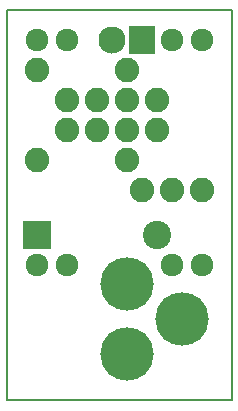
<source format=gbr>
%TF.GenerationSoftware,KiCad,Pcbnew,4.0.2+dfsg1-stable*%
%TF.CreationDate,2018-08-31T16:40:32+08:00*%
%TF.ProjectId,aircon board,616972636F6E20626F6172642E6B6963,rev?*%
%TF.FileFunction,Soldermask,Top*%
%FSLAX46Y46*%
G04 Gerber Fmt 4.6, Leading zero omitted, Abs format (unit mm)*
G04 Created by KiCad (PCBNEW 4.0.2+dfsg1-stable) date Friday, 31 August, 2018 04:40:32 PM +08*
%MOMM*%
G01*
G04 APERTURE LIST*
%ADD10C,0.150000*%
%ADD11C,2.398980*%
%ADD12R,2.398980X2.398980*%
%ADD13R,2.300000X2.400000*%
%ADD14C,2.300000*%
%ADD15C,2.082800*%
%ADD16C,1.924000*%
%ADD17C,4.521200*%
G04 APERTURE END LIST*
D10*
X158750000Y-99060000D02*
X158750000Y-66040000D01*
X177800000Y-99060000D02*
X158750000Y-99060000D01*
X177800000Y-66040000D02*
X177800000Y-99060000D01*
X158750000Y-66040000D02*
X177800000Y-66040000D01*
D11*
X171450000Y-85087460D03*
D12*
X161290000Y-85087460D03*
D13*
X170180000Y-68580000D03*
D14*
X167640000Y-68580000D03*
D15*
X163830000Y-76200000D03*
X163830000Y-73660000D03*
X166370000Y-76200000D03*
X166370000Y-73660000D03*
X168910000Y-76200000D03*
X168910000Y-73660000D03*
X171450000Y-76200000D03*
X171450000Y-73660000D03*
X161290000Y-71120000D03*
X168910000Y-71120000D03*
X168910000Y-78740000D03*
X161290000Y-78740000D03*
D16*
X175260000Y-68580000D03*
X172720000Y-68580000D03*
X163830000Y-68580000D03*
X161290000Y-68580000D03*
X161290000Y-87630000D03*
X163830000Y-87630000D03*
X172720000Y-87630000D03*
X175260000Y-87630000D03*
D15*
X170180000Y-81280000D03*
X172720000Y-81280000D03*
X175260000Y-81280000D03*
D17*
X168910000Y-95171260D03*
X173609000Y-92171520D03*
X168910000Y-89171780D03*
M02*

</source>
